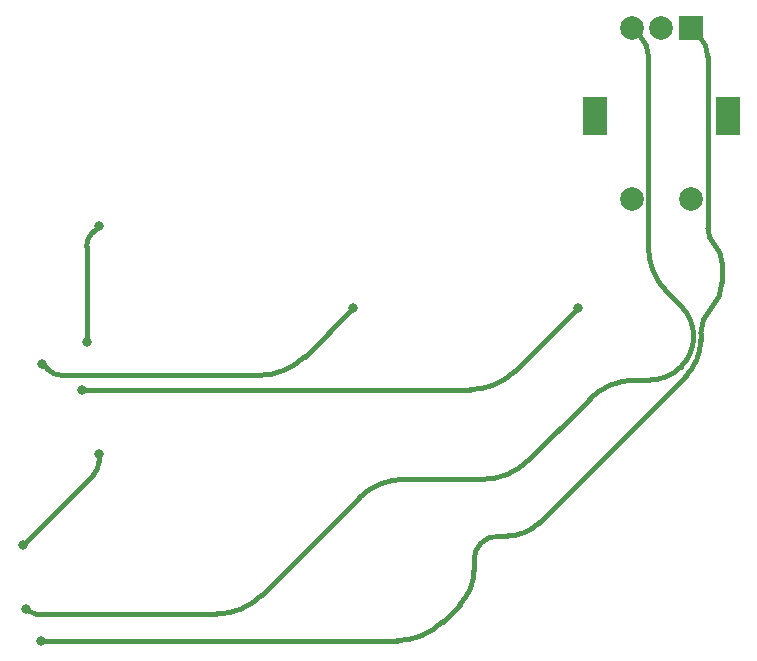
<source format=gbr>
G04 #@! TF.GenerationSoftware,KiCad,Pcbnew,8.0.6*
G04 #@! TF.CreationDate,2024-11-16T10:54:58+01:00*
G04 #@! TF.ProjectId,SwitchPCB,53776974-6368-4504-9342-2e6b69636164,rev?*
G04 #@! TF.SameCoordinates,Original*
G04 #@! TF.FileFunction,Copper,L1,Top*
G04 #@! TF.FilePolarity,Positive*
%FSLAX46Y46*%
G04 Gerber Fmt 4.6, Leading zero omitted, Abs format (unit mm)*
G04 Created by KiCad (PCBNEW 8.0.6) date 2024-11-16 10:54:58*
%MOMM*%
%LPD*%
G01*
G04 APERTURE LIST*
G04 #@! TA.AperFunction,ComponentPad*
%ADD10R,2.000000X2.000000*%
G04 #@! TD*
G04 #@! TA.AperFunction,ComponentPad*
%ADD11C,2.000000*%
G04 #@! TD*
G04 #@! TA.AperFunction,ComponentPad*
%ADD12R,2.000000X3.200000*%
G04 #@! TD*
G04 #@! TA.AperFunction,ViaPad*
%ADD13C,0.800000*%
G04 #@! TD*
G04 #@! TA.AperFunction,Conductor*
%ADD14C,0.400000*%
G04 #@! TD*
G04 APERTURE END LIST*
D10*
G04 #@! TO.P,ROT1,A,A*
G04 #@! TO.N,/PINB*
X194370000Y-53575000D03*
D11*
G04 #@! TO.P,ROT1,B,B*
G04 #@! TO.N,/PINA*
X189370000Y-53575000D03*
G04 #@! TO.P,ROT1,C,C*
G04 #@! TO.N,/BOARD_GND*
X191870000Y-53575000D03*
D12*
G04 #@! TO.P,ROT1,MP*
G04 #@! TO.N,N/C*
X197470000Y-61075000D03*
X186270000Y-61075000D03*
D11*
G04 #@! TO.P,ROT1,S1,S1*
G04 #@! TO.N,Net-(D4-A)*
X189370000Y-68075000D03*
G04 #@! TO.P,ROT1,S2,S2*
G04 #@! TO.N,/COL3*
X194370000Y-68075000D03*
G04 #@! TD*
D13*
G04 #@! TO.N,/PINA*
X138112500Y-102750000D03*
G04 #@! TO.N,/COL2*
X165735000Y-77335000D03*
X139400000Y-82000000D03*
G04 #@! TO.N,/ROW1*
X137800000Y-97400000D03*
X144245000Y-89626000D03*
G04 #@! TO.N,/PINB*
X139382500Y-105450000D03*
G04 #@! TO.N,/COL3*
X142800000Y-84200000D03*
X184785000Y-77335000D03*
G04 #@! TO.N,/ROW0*
X143200000Y-80200000D03*
X144245000Y-70322000D03*
G04 #@! TD*
D14*
G04 #@! TO.N,/PINA*
X190070000Y-54275000D02*
X189370000Y-53575000D01*
X166255040Y-93393792D02*
X158042625Y-101606207D01*
X193539339Y-77139339D02*
X192363792Y-75963792D01*
X138880698Y-103200000D02*
X154194869Y-103200000D01*
X190844365Y-83400000D02*
X189653963Y-83400000D01*
X193539339Y-82260660D02*
X193500000Y-82300000D01*
X138112500Y-102750000D02*
X138337500Y-102975000D01*
X180593792Y-90206207D02*
X185806207Y-84993792D01*
X176746036Y-91800000D02*
X170102796Y-91800000D01*
X190770000Y-72116036D02*
X190770000Y-55964949D01*
X189653963Y-83400000D02*
G75*
G03*
X185806236Y-84993821I37J-5441500D01*
G01*
X180593792Y-90206207D02*
G75*
G02*
X176746036Y-91800010I-3847792J3847807D01*
G01*
X193500000Y-82300000D02*
G75*
G02*
X190844365Y-83399986I-2655600J2655600D01*
G01*
X170102796Y-91800000D02*
G75*
G03*
X166255052Y-93393804I4J-5441500D01*
G01*
X190070000Y-54275000D02*
G75*
G02*
X190770021Y-55964949I-1690000J-1690000D01*
G01*
X158042625Y-101606207D02*
G75*
G02*
X154194869Y-103199963I-3847725J3847807D01*
G01*
X194600000Y-79700000D02*
G75*
G02*
X193539335Y-82260656I-3621300J0D01*
G01*
X138337500Y-102975000D02*
G75*
G03*
X138880698Y-103200001I543200J543200D01*
G01*
X190770000Y-72116036D02*
G75*
G03*
X192363800Y-75963784I5441600J36D01*
G01*
X193539339Y-77139339D02*
G75*
G02*
X194600006Y-79700000I-2560639J-2560661D01*
G01*
G04 #@! TO.N,/COL2*
X139400000Y-82000000D02*
X139900000Y-82500000D01*
X157816036Y-83000000D02*
X141107106Y-83000000D01*
X165735000Y-77335000D02*
X161663792Y-81406207D01*
X139900000Y-82500000D02*
G75*
G03*
X141107106Y-82999997I1207100J1207100D01*
G01*
X161663792Y-81406207D02*
G75*
G02*
X157816036Y-83000010I-3847792J3847807D01*
G01*
G04 #@! TO.N,/ROW1*
X143775127Y-91424872D02*
X137800000Y-97400000D01*
X144245000Y-89626000D02*
X144245000Y-90290500D01*
X144245000Y-90290500D02*
G75*
G02*
X143775139Y-91424884I-1604300J0D01*
G01*
G04 #@! TO.N,/PINB*
X195800000Y-70551471D02*
X195800000Y-56016162D01*
X176000000Y-99500000D02*
X176000000Y-98648528D01*
X195085000Y-54290000D02*
X194370000Y-53575000D01*
X178048528Y-96600000D02*
X178800000Y-96600000D01*
X174797918Y-102402081D02*
X173343792Y-103856207D01*
X195200000Y-79472792D02*
X195200000Y-80000000D01*
X193927207Y-83072792D02*
X181531370Y-95468629D01*
X139382500Y-105450000D02*
X169496036Y-105450000D01*
X197000000Y-73448528D02*
X197000000Y-75127207D01*
X196400000Y-72000000D02*
G75*
G02*
X196999988Y-73448528I-1448500J-1448500D01*
G01*
X196100000Y-77300000D02*
G75*
G03*
X195199997Y-79472792I2172800J-2172800D01*
G01*
X195085000Y-54290000D02*
G75*
G02*
X195800015Y-56016162I-1726200J-1726200D01*
G01*
X173343792Y-103856207D02*
G75*
G02*
X169496036Y-105450010I-3847792J3847807D01*
G01*
X178048528Y-96600000D02*
G75*
G03*
X176599992Y-97199992I-28J-2048500D01*
G01*
X176000000Y-99500000D02*
G75*
G02*
X174797926Y-102402089I-4104200J0D01*
G01*
X195800000Y-70551471D02*
G75*
G03*
X196399992Y-72000008I2048500J-29D01*
G01*
X181531370Y-95468629D02*
G75*
G02*
X178800000Y-96600012I-2731370J2731329D01*
G01*
X176600000Y-97200000D02*
G75*
G03*
X176000012Y-98648528I1448500J-1448500D01*
G01*
X195200000Y-80000000D02*
G75*
G02*
X193927211Y-83072796I-4345600J0D01*
G01*
X197000000Y-75127207D02*
G75*
G02*
X196099998Y-77299998I-3072800J7D01*
G01*
G04 #@! TO.N,/COL3*
X175666036Y-84200000D02*
X142800000Y-84200000D01*
X179513792Y-82606207D02*
X184785000Y-77335000D01*
X179513792Y-82606207D02*
G75*
G02*
X175666036Y-84200010I-3847792J3847807D01*
G01*
G04 #@! TO.N,/ROW0*
X143722500Y-70844500D02*
X144245000Y-70322000D01*
X143200000Y-72105926D02*
X143200000Y-80200000D01*
X143722500Y-70844500D02*
G75*
G03*
X143200011Y-72105926I1261400J-1261400D01*
G01*
G04 #@! TD*
M02*

</source>
